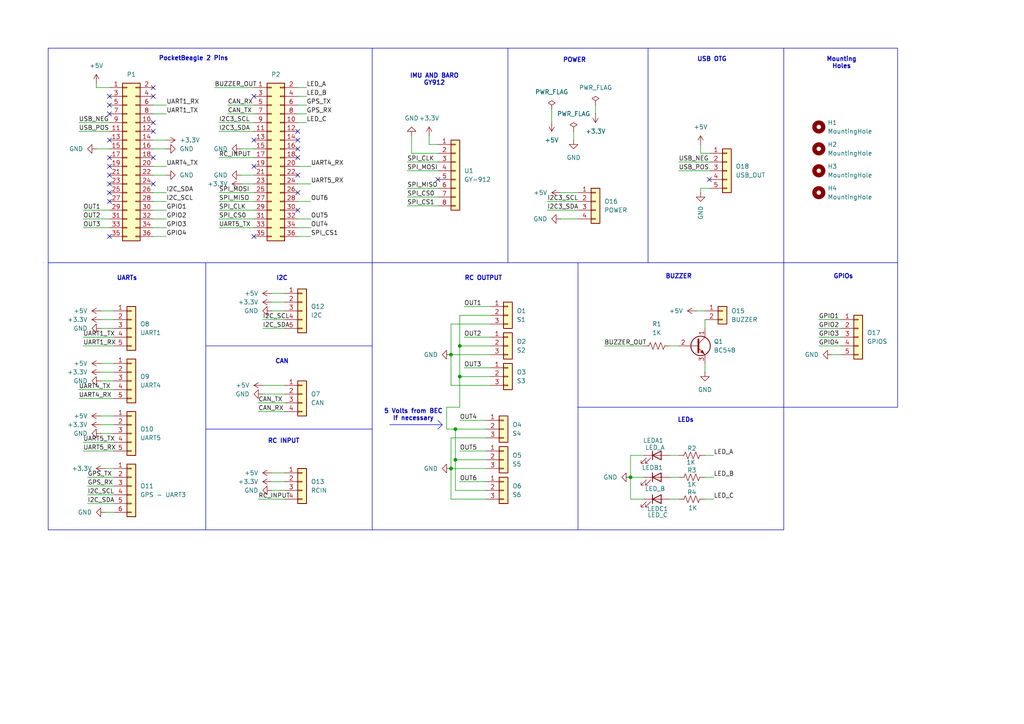
<source format=kicad_sch>
(kicad_sch (version 20250114) (generator "eeschema") (generator_version "9.0")
  (paper "A4")
  (title_block (title "PocketPilot2 - DIY Cape for Ardupilot") (date "2025-06-30") (rev "1.0") (comment 1 "juvinski®") (comment 3 "https://github.com/juvinski/pbboard") (comment 4 "For information, instrunctions:"))
  (lib_symbols
    (symbol "Connector_Generic:Conn_01x02" (pin_names (offset 1.016) (hide yes))
      (property "Reference" "J" (at 0 2.54 0))
      (property "Value" "Conn_01x02" (at 0 -5.08 0))
      (symbol "Conn_01x02_1_1"
        (pin passive line (at -5.08 0 0) (length 3.81) (name "Pin_1") (number "1"))
        (pin passive line (at -5.08 -2.54 0) (length 3.81) (name "Pin_2") (number "2"))
      )
    )
    (symbol "Connector_Generic:Conn_01x03" (pin_names (offset 1.016) (hide yes))
      (property "Reference" "J" (at 0 5.08 0))
      (property "Value" "Conn_01x03" (at 0 -5.08 0))
      (symbol "Conn_01x03_1_1"
        (pin passive line (at -5.08 2.54 0) (length 3.81) (name "Pin_1") (number "1"))
        (pin passive line (at -5.08 0 0) (length 3.81) (name "Pin_2") (number "2"))
        (pin passive line (at -5.08 -2.54 0) (length 3.81) (name "Pin_3") (number "3"))
      )
    )
    (symbol "Connector_Generic:Conn_01x04" (pin_names (offset 1.016) (hide yes))
      (property "Reference" "J" (at 0 5.08 0))
      (property "Value" "Conn_01x04" (at 0 -7.62 0))
      (symbol "Conn_01x04_1_1"
        (pin passive line (at -5.08 2.54 0) (length 3.81) (name "Pin_1") (number "1"))
        (pin passive line (at -5.08 0 0) (length 3.81) (name "Pin_2") (number "2"))
        (pin passive line (at -5.08 -2.54 0) (length 3.81) (name "Pin_3") (number "3"))
        (pin passive line (at -5.08 -5.08 0) (length 3.81) (name "Pin_4") (number "4"))
      )
    )
    (symbol "Connector_Generic:Conn_01x05" (pin_names (offset 1.016) (hide yes))
      (property "Reference" "J" (at 0 7.62 0))
      (property "Value" "Conn_01x05" (at 0 -7.62 0))
      (symbol "Conn_01x05_1_1"
        (pin passive line (at -5.08 5.08 0) (length 3.81) (name "Pin_1") (number "1"))
        (pin passive line (at -5.08 2.54 0) (length 3.81) (name "Pin_2") (number "2"))
        (pin passive line (at -5.08 0 0) (length 3.81) (name "Pin_3") (number "3"))
        (pin passive line (at -5.08 -2.54 0) (length 3.81) (name "Pin_4") (number "4"))
        (pin passive line (at -5.08 -5.08 0) (length 3.81) (name "Pin_5") (number "5"))
      )
    )
    (symbol "Connector_Generic:Conn_01x06" (pin_names (offset 1.016) (hide yes))
      (property "Reference" "J" (at 0 7.62 0))
      (property "Value" "Conn_01x06" (at 0 -10.16 0))
      (symbol "Conn_01x06_1_1"
        (pin passive line (at -5.08 5.08 0) (length 3.81) (name "Pin_1") (number "1"))
        (pin passive line (at -5.08 2.54 0) (length 3.81) (name "Pin_2") (number "2"))
        (pin passive line (at -5.08 0 0) (length 3.81) (name "Pin_3") (number "3"))
        (pin passive line (at -5.08 -2.54 0) (length 3.81) (name "Pin_4") (number "4"))
        (pin passive line (at -5.08 -5.08 0) (length 3.81) (name "Pin_5") (number "5"))
        (pin passive line (at -5.08 -7.62 0) (length 3.81) (name "Pin_6") (number "6"))
      )
    )
    (symbol "Connector_Generic:Conn_01x08" (pin_names (offset 1.016) (hide yes))
      (property "Reference" "J" (at 0 10.16 0))
      (property "Value" "Conn_01x08" (at 0 -12.7 0))
      (symbol "Conn_01x08_1_1"
        (pin passive line (at -5.08 7.62 0) (length 3.81) (name "Pin_1") (number "1"))
        (pin passive line (at -5.08 5.08 0) (length 3.81) (name "Pin_2") (number "2"))
        (pin passive line (at -5.08 2.54 0) (length 3.81) (name "Pin_3") (number "3"))
        (pin passive line (at -5.08 0 0) (length 3.81) (name "Pin_4") (number "4"))
        (pin passive line (at -5.08 -2.54 0) (length 3.81) (name "Pin_5") (number "5"))
        (pin passive line (at -5.08 -5.08 0) (length 3.81) (name "Pin_6") (number "6"))
        (pin passive line (at -5.08 -7.62 0) (length 3.81) (name "Pin_7") (number "7"))
        (pin passive line (at -5.08 -10.16 0) (length 3.81) (name "Pin_8") (number "8"))
      )
    )
    (symbol "Connector_Generic:Conn_02x18_Odd_Even" (pin_names (offset 1.016) (hide yes))
      (property "Reference" "J" (at 1.27 22.86 0))
      (property "Value" "Conn_02x18_Odd_Even" (at 1.27 -25.4 0))
      (symbol "Conn_02x18_Odd_Even_1_1"
        (pin passive line (at -5.08 20.32 0) (length 3.81) (name "Pin_1") (number "1"))
        (pin passive line (at -5.08 17.78 0) (length 3.81) (name "Pin_3") (number "3"))
        (pin passive line (at -5.08 15.24 0) (length 3.81) (name "Pin_5") (number "5"))
        (pin passive line (at -5.08 12.7 0) (length 3.81) (name "Pin_7") (number "7"))
        (pin passive line (at -5.08 10.16 0) (length 3.81) (name "Pin_9") (number "9"))
        (pin passive line (at -5.08 7.62 0) (length 3.81) (name "Pin_11") (number "11"))
        (pin passive line (at -5.08 5.08 0) (length 3.81) (name "Pin_13") (number "13"))
        (pin passive line (at -5.08 2.54 0) (length 3.81) (name "Pin_15") (number "15"))
        (pin passive line (at -5.08 0 0) (length 3.81) (name "Pin_17") (number "17"))
        (pin passive line (at -5.08 -2.54 0) (length 3.81) (name "Pin_19") (number "19"))
        (pin passive line (at -5.08 -5.08 0) (length 3.81) (name "Pin_21") (number "21"))
        (pin passive line (at -5.08 -7.62 0) (length 3.81) (name "Pin_23") (number "23"))
        (pin passive line (at -5.08 -10.16 0) (length 3.81) (name "Pin_25") (number "25"))
        (pin passive line (at -5.08 -12.7 0) (length 3.81) (name "Pin_27") (number "27"))
        (pin passive line (at -5.08 -15.24 0) (length 3.81) (name "Pin_29") (number "29"))
        (pin passive line (at -5.08 -17.78 0) (length 3.81) (name "Pin_31") (number "31"))
        (pin passive line (at -5.08 -20.32 0) (length 3.81) (name "Pin_33") (number "33"))
        (pin passive line (at -5.08 -22.86 0) (length 3.81) (name "Pin_35") (number "35"))
        (pin passive line (at 7.62 20.32 180) (length 3.81) (name "Pin_2") (number "2"))
        (pin passive line (at 7.62 17.78 180) (length 3.81) (name "Pin_4") (number "4"))
        (pin passive line (at 7.62 15.24 180) (length 3.81) (name "Pin_6") (number "6"))
        (pin passive line (at 7.62 12.7 180) (length 3.81) (name "Pin_8") (number "8"))
        (pin passive line (at 7.62 10.16 180) (length 3.81) (name "Pin_10") (number "10"))
        (pin passive line (at 7.62 7.62 180) (length 3.81) (name "Pin_12") (number "12"))
        (pin passive line (at 7.62 5.08 180) (length 3.81) (name "Pin_14") (number "14"))
        (pin passive line (at 7.62 2.54 180) (length 3.81) (name "Pin_16") (number "16"))
        (pin passive line (at 7.62 0 180) (length 3.81) (name "Pin_18") (number "18"))
        (pin passive line (at 7.62 -2.54 180) (length 3.81) (name "Pin_20") (number "20"))
        (pin passive line (at 7.62 -5.08 180) (length 3.81) (name "Pin_22") (number "22"))
        (pin passive line (at 7.62 -7.62 180) (length 3.81) (name "Pin_24") (number "24"))
        (pin passive line (at 7.62 -10.16 180) (length 3.81) (name "Pin_26") (number "26"))
        (pin passive line (at 7.62 -12.7 180) (length 3.81) (name "Pin_28") (number "28"))
        (pin passive line (at 7.62 -15.24 180) (length 3.81) (name "Pin_30") (number "30"))
        (pin passive line (at 7.62 -17.78 180) (length 3.81) (name "Pin_32") (number "32"))
        (pin passive line (at 7.62 -20.32 180) (length 3.81) (name "Pin_34") (number "34"))
        (pin passive line (at 7.62 -22.86 180) (length 3.81) (name "Pin_36") (number "36"))
      )
    )
    (symbol "Device:LED" (pin_numbers (hide yes)) (pin_names (offset 1.016) (hide yes))
      (property "Reference" "D" (at 0 2.54 0))
      (property "Value" "LED" (at 0 -2.54 0))
      (symbol "LED_1_1"
        (pin passive line (at -3.81 0 0) (length 2.54) (name "K") (number "1"))
        (pin passive line (at 3.81 0 180) (length 2.54) (name "A") (number "2"))
      )
    )
    (symbol "Device:R_US" (pin_numbers (hide yes)) (pin_names (offset 0))
      (property "Reference" "R" (at 2.54 0 90))
      (property "Value" "R_US" (at -2.54 0 90))
      (symbol "R_US_1_1"
        (pin passive line (at 0 3.81 270) (length 1.27) (name "~") (number "1"))
        (pin passive line (at 0 -3.81 90) (length 1.27) (name "~") (number "2"))
      )
    )
    (symbol "Mechanical:MountingHole" (pin_names (offset 1.016)) (exclude_from_sim yes) (in_bom no)
      (property "Reference" "H" (at 0 5.08 0))
      (property "Value" "MountingHole" (at 0 3.175 0))
    )
    (symbol "Transistor_BJT:BC548" (pin_names (offset 0) (hide yes))
      (property "Reference" "Q" (at 5.08 1.905 0))
      (property "Value" "BC548" (at 5.08 0 0))
      (symbol "BC548_1_1"
        (pin input line (at -5.08 0 0) (length 2.54) (name "B") (number "2"))
        (pin passive line (at 2.54 5.08 270) (length 2.54) (name "C") (number "1"))
        (pin passive line (at 2.54 -5.08 90) (length 2.54) (name "E") (number "3"))
      )
    )
    (symbol "power:+3.3V" (power) (pin_numbers (hide yes)) (pin_names (offset 0) (hide yes))
      (property "Value" "+3.3V" (at 0 3.556 0))
      (symbol "+3.3V_1_1"
        (pin power_in line (at 0 0 90) (length 0) (name "~") (number "1"))
      )
    )
    (symbol "power:+5V" (power) (pin_numbers (hide yes)) (pin_names (offset 0) (hide yes))
      (property "Value" "+5V" (at 0 3.556 0))
      (symbol "+5V_1_1"
        (pin power_in line (at 0 0 90) (length 0) (name "~") (number "1"))
      )
    )
    (symbol "power:GND" (power) (pin_numbers (hide yes)) (pin_names (offset 0) (hide yes))
      (property "Value" "GND" (at 0 -3.81 0))
      (symbol "GND_1_1"
        (pin power_in line (at 0 0 270) (length 0) (name "~") (number "1"))
      )
    )
    (symbol "power:PWR_FLAG" (power) (pin_numbers (hide yes)) (pin_names (offset 0) (hide yes))
      (property "Value" "PWR_FLAG" (at 0 3.81 0))
      (symbol "PWR_FLAG_0_0"
        (pin power_out line (at 0 0 90) (length 0) (name "~") (number "1"))
      )
    )
  )
  (rectangle (start 12.7 76.2) (end 12.7 76.2))
  (text "RC OUTPUT" (at 140.208 80.772 0) (effects (font (size 1.27 1.27) (thickness 0.254) (bold yes))))
  (text "IMU AND BARO\nGY912" (at 125.984 23.114 0) (effects (font (size 1.27 1.27) (thickness 0.254) (bold yes))))
  (text "LEDs" (at 198.882 121.92 0) (effects (font (size 1.27 1.27) (thickness 0.254) (bold yes))))
  (text "Mounting\nHoles" (at 244.094 18.288 0) (effects (font (size 1.27 1.27) (thickness 0.254) (bold yes))))
  (text "I2C" (at 81.788 80.772 0) (effects (font (size 1.27 1.27) (thickness 0.254) (bold yes))))
  (text "UARTs" (at 36.83 80.772 0) (effects (font (size 1.27 1.27) (thickness 0.254) (bold yes))))
  (text "BUZZER" (at 196.85 80.264 0) (effects (font (size 1.27 1.27) (thickness 0.254) (bold yes))))
  (text "RC INPUT" (at 82.296 128.016 0) (effects (font (size 1.27 1.27) (thickness 0.254) (bold yes))))
  (text "POWER" (at 166.624 17.526 0) (effects (font (size 1.27 1.27) (thickness 0.254) (bold yes))))
  (text "5 Volts from BEC\nIf necessary" (at 119.888 120.396 0) (effects (font (size 1.27 1.27) (thickness 0.254) (bold yes))))
  (text "GPIOs" (at 244.602 80.264 0) (effects (font (size 1.27 1.27) (thickness 0.254) (bold yes))))
  (text "PocketBeagle 2 Pins" (at 56.134 17.018 0) (effects (font (size 1.27 1.27) (thickness 0.254) (bold yes))))
  (text "CAN" (at 81.788 104.902 0) (effects (font (size 1.27 1.27) (thickness 0.254) (bold yes))))
  (text "USB OTG" (at 206.502 17.272 0) (effects (font (size 1.27 1.27) (thickness 0.254) (bold yes))))
  (junction (at 133.35 109.22))
  (junction (at 130.81 102.87))
  (junction (at 130.81 135.89))
  (junction (at 132.08 133.35))
  (junction (at 133.35 100.33))
  (junction (at 182.88 138.43))
  (junction (at 132.08 124.46))
  (no_connect (at 86.36 40.64))
  (no_connect (at 86.36 38.1))
  (no_connect (at 86.36 50.8))
  (no_connect (at 44.45 35.56))
  (no_connect (at 73.66 27.94))
  (no_connect (at 86.36 55.88))
  (no_connect (at 127 52.07))
  (no_connect (at 31.75 68.58))
  (no_connect (at 73.66 40.64))
  (no_connect (at 31.75 48.26))
  (no_connect (at 73.66 68.58))
  (no_connect (at 31.75 50.8))
  (no_connect (at 31.75 53.34))
  (no_connect (at 44.45 53.34))
  (no_connect (at 44.45 25.4))
  (no_connect (at 86.36 60.96))
  (no_connect (at 44.45 38.1))
  (no_connect (at 31.75 33.02))
  (no_connect (at 31.75 58.42))
  (no_connect (at 31.75 30.48))
  (no_connect (at 205.74 52.07))
  (no_connect (at 31.75 27.94))
  (no_connect (at 44.45 45.72))
  (no_connect (at 31.75 40.64))
  (no_connect (at 86.36 43.18))
  (no_connect (at 31.75 45.72))
  (no_connect (at 86.36 45.72))
  (no_connect (at 73.66 48.26))
  (no_connect (at 44.45 27.94))
  (no_connect (at 31.75 55.88))
  (polyline (pts (xy 260.35 118.11) (xy 227.33 118.11)))
  (polyline (pts (xy 227.33 118.11) (xy 227.33 153.67)))
  (wire (pts (xy 76.2 95.25) (xy 82.55 95.25)))
  (wire (pts (xy 86.36 53.34) (xy 90.17 53.34)))
  (wire (pts (xy 127 44.45) (xy 119.38 44.45)))
  (wire (pts (xy 29.21 110.49) (xy 33.02 110.49)))
  (wire (pts (xy 194.31 132.08) (xy 196.85 132.08)))
  (wire (pts (xy 119.38 44.45) (xy 119.38 39.37)))
  (wire (pts (xy 24.13 128.27) (xy 33.02 128.27)))
  (wire (pts (xy 204.47 144.78) (xy 207.01 144.78)))
  (polyline (pts (xy 107.95 13.97) (xy 107.95 76.2)))
  (wire (pts (xy 133.35 130.81) (xy 140.97 130.81)))
  (wire (pts (xy 162.56 55.88) (xy 167.64 55.88)))
  (wire (pts (xy 44.45 33.02) (xy 48.26 33.02)))
  (wire (pts (xy 237.49 97.79) (xy 243.84 97.79)))
  (wire (pts (xy 44.45 43.18) (xy 48.26 43.18)))
  (wire (pts (xy 76.2 92.71) (xy 82.55 92.71)))
  (wire (pts (xy 162.56 63.5) (xy 167.64 63.5)))
  (polyline (pts (xy 59.69 153.67) (xy 107.95 153.67)))
  (wire (pts (xy 132.08 133.35) (xy 132.08 124.46)))
  (wire (pts (xy 204.47 105.41) (xy 204.47 107.95)))
  (polyline (pts (xy 13.97 13.97) (xy 13.97 76.2)))
  (wire (pts (xy 44.45 40.64) (xy 48.26 40.64)))
  (wire (pts (xy 140.97 127) (xy 130.81 127)))
  (wire (pts (xy 78.74 87.63) (xy 82.55 87.63)))
  (polyline (pts (xy 260.35 76.2) (xy 260.35 13.97)))
  (wire (pts (xy 78.74 90.17) (xy 82.55 90.17)))
  (wire (pts (xy 30.48 135.89) (xy 33.02 135.89)))
  (wire (pts (xy 22.86 113.03) (xy 33.02 113.03)))
  (wire (pts (xy 130.81 111.76) (xy 142.24 111.76)))
  (wire (pts (xy 166.37 38.1) (xy 166.37 40.64)))
  (polyline (pts (xy 127 124.46) (xy 128.27 123.19)) (stroke (width 0) (type solid)))
  (wire (pts (xy 63.5 35.56) (xy 73.66 35.56)))
  (wire (pts (xy 205.74 54.61) (xy 203.2 54.61)))
  (wire (pts (xy 132.08 124.46) (xy 140.97 124.46)))
  (polyline (pts (xy 13.97 76.2) (xy 13.97 153.67)))
  (wire (pts (xy 201.93 90.17) (xy 204.47 90.17)))
  (wire (pts (xy 31.75 25.4) (xy 27.94 25.4)))
  (wire (pts (xy 158.75 60.96) (xy 167.64 60.96)))
  (wire (pts (xy 76.2 111.76) (xy 82.55 111.76)))
  (wire (pts (xy 29.21 107.95) (xy 33.02 107.95)))
  (wire (pts (xy 78.74 85.09) (xy 82.55 85.09)))
  (wire (pts (xy 63.5 38.1) (xy 73.66 38.1)))
  (wire (pts (xy 44.45 68.58) (xy 48.26 68.58)))
  (wire (pts (xy 66.04 30.48) (xy 73.66 30.48)))
  (wire (pts (xy 69.85 43.18) (xy 73.66 43.18)))
  (wire (pts (xy 62.23 25.4) (xy 73.66 25.4)))
  (wire (pts (xy 130.81 93.98) (xy 130.81 102.87)))
  (wire (pts (xy 132.08 142.24) (xy 140.97 142.24)))
  (wire (pts (xy 194.31 138.43) (xy 196.85 138.43)))
  (wire (pts (xy 133.35 100.33) (xy 142.24 100.33)))
  (wire (pts (xy 24.13 60.96) (xy 31.75 60.96)))
  (wire (pts (xy 78.74 137.16) (xy 82.55 137.16)))
  (polyline (pts (xy 227.33 153.67) (xy 167.64 153.67)))
  (wire (pts (xy 29.21 95.25) (xy 33.02 95.25)))
  (wire (pts (xy 86.36 30.48) (xy 88.9 30.48)))
  (polyline (pts (xy 147.32 13.97) (xy 13.97 13.97)))
  (wire (pts (xy 86.36 66.04) (xy 90.17 66.04)))
  (wire (pts (xy 118.11 49.53) (xy 127 49.53)))
  (wire (pts (xy 160.02 31.75) (xy 160.02 35.56)))
  (wire (pts (xy 63.5 63.5) (xy 73.66 63.5)))
  (wire (pts (xy 129.54 124.46) (xy 132.08 124.46)))
  (wire (pts (xy 86.36 68.58) (xy 90.17 68.58)))
  (wire (pts (xy 194.31 100.33) (xy 196.85 100.33)))
  (polyline (pts (xy 59.69 100.33) (xy 107.95 100.33)))
  (wire (pts (xy 44.45 48.26) (xy 48.26 48.26)))
  (wire (pts (xy 134.62 88.9) (xy 142.24 88.9)))
  (wire (pts (xy 44.45 58.42) (xy 48.26 58.42)))
  (wire (pts (xy 237.49 95.25) (xy 243.84 95.25)))
  (wire (pts (xy 63.5 60.96) (xy 73.66 60.96)))
  (wire (pts (xy 133.35 121.92) (xy 140.97 121.92)))
  (polyline (pts (xy 260.35 13.97) (xy 227.33 13.97)))
  (wire (pts (xy 25.4 140.97) (xy 33.02 140.97)))
  (wire (pts (xy 63.5 45.72) (xy 73.66 45.72)))
  (wire (pts (xy 24.13 97.79) (xy 33.02 97.79)))
  (wire (pts (xy 76.2 114.3) (xy 82.55 114.3)))
  (wire (pts (xy 241.3 102.87) (xy 243.84 102.87)))
  (wire (pts (xy 44.45 60.96) (xy 48.26 60.96)))
  (polyline (pts (xy 227.33 13.97) (xy 187.96 13.97)))
  (polyline (pts (xy 227.33 76.2) (xy 260.35 76.2)))
  (wire (pts (xy 196.85 46.99) (xy 205.74 46.99)))
  (wire (pts (xy 86.36 25.4) (xy 88.9 25.4)))
  (wire (pts (xy 133.35 109.22) (xy 133.35 118.11)))
  (wire (pts (xy 204.47 132.08) (xy 207.01 132.08)))
  (wire (pts (xy 130.81 111.76) (xy 130.81 102.87)))
  (wire (pts (xy 182.88 132.08) (xy 182.88 138.43)))
  (wire (pts (xy 44.45 50.8) (xy 48.26 50.8)))
  (wire (pts (xy 127 41.91) (xy 124.46 41.91)))
  (polyline (pts (xy 227.33 118.11) (xy 167.64 118.11)))
  (wire (pts (xy 205.74 44.45) (xy 203.2 44.45)))
  (wire (pts (xy 118.11 59.69) (xy 127 59.69)))
  (polyline (pts (xy 227.33 76.2) (xy 227.33 118.11)))
  (wire (pts (xy 29.21 92.71) (xy 33.02 92.71)))
  (wire (pts (xy 194.31 144.78) (xy 196.85 144.78)))
  (polyline (pts (xy 227.33 76.2) (xy 227.33 13.97)))
  (wire (pts (xy 27.94 43.18) (xy 31.75 43.18)))
  (wire (pts (xy 25.4 138.43) (xy 33.02 138.43)))
  (wire (pts (xy 86.36 33.02) (xy 88.9 33.02)))
  (wire (pts (xy 132.08 142.24) (xy 132.08 133.35)))
  (wire (pts (xy 30.48 148.59) (xy 33.02 148.59)))
  (wire (pts (xy 133.35 118.11) (xy 129.54 118.11)))
  (wire (pts (xy 69.85 53.34) (xy 73.66 53.34)))
  (wire (pts (xy 142.24 91.44) (xy 133.35 91.44)))
  (polyline (pts (xy 107.95 153.67) (xy 167.64 153.67)))
  (polyline (pts (xy 113.03 123.19) (xy 128.27 123.19)) (stroke (width 0) (type solid)))
  (polyline (pts (xy 107.95 76.2) (xy 147.32 76.2)))
  (wire (pts (xy 27.94 25.4) (xy 27.94 24.13)))
  (wire (pts (xy 44.45 66.04) (xy 48.26 66.04)))
  (wire (pts (xy 63.5 58.42) (xy 73.66 58.42)))
  (polyline (pts (xy 147.32 76.2) (xy 147.32 13.97)))
  (wire (pts (xy 118.11 46.99) (xy 127 46.99)))
  (wire (pts (xy 29.21 123.19) (xy 33.02 123.19)))
  (wire (pts (xy 86.36 63.5) (xy 90.17 63.5)))
  (wire (pts (xy 44.45 55.88) (xy 48.26 55.88)))
  (wire (pts (xy 118.11 57.15) (xy 127 57.15)))
  (wire (pts (xy 158.75 58.42) (xy 167.64 58.42)))
  (wire (pts (xy 44.45 30.48) (xy 48.26 30.48)))
  (wire (pts (xy 78.74 139.7) (xy 82.55 139.7)))
  (wire (pts (xy 140.97 144.78) (xy 130.81 144.78)))
  (wire (pts (xy 66.04 33.02) (xy 73.66 33.02)))
  (wire (pts (xy 78.74 142.24) (xy 82.55 142.24)))
  (wire (pts (xy 130.81 102.87) (xy 142.24 102.87)))
  (wire (pts (xy 24.13 100.33) (xy 33.02 100.33)))
  (polyline (pts (xy 187.96 13.97) (xy 147.32 13.97)))
  (wire (pts (xy 86.36 58.42) (xy 90.17 58.42)))
  (wire (pts (xy 124.46 41.91) (xy 124.46 39.37)))
  (wire (pts (xy 130.81 144.78) (xy 130.81 135.89)))
  (wire (pts (xy 69.85 50.8) (xy 73.66 50.8)))
  (wire (pts (xy 24.13 130.81) (xy 33.02 130.81)))
  (wire (pts (xy 237.49 100.33) (xy 243.84 100.33)))
  (wire (pts (xy 74.93 144.78) (xy 82.55 144.78)))
  (polyline (pts (xy 13.97 76.2) (xy 107.95 76.2)))
  (wire (pts (xy 29.21 90.17) (xy 33.02 90.17)))
  (polyline (pts (xy 260.35 76.2) (xy 260.35 118.11)))
  (wire (pts (xy 132.08 133.35) (xy 140.97 133.35)))
  (wire (pts (xy 29.21 105.41) (xy 33.02 105.41)))
  (wire (pts (xy 133.35 139.7) (xy 140.97 139.7)))
  (wire (pts (xy 182.88 138.43) (xy 186.69 138.43)))
  (wire (pts (xy 22.86 115.57) (xy 33.02 115.57)))
  (wire (pts (xy 134.62 106.68) (xy 142.24 106.68)))
  (wire (pts (xy 129.54 118.11) (xy 129.54 124.46)))
  (wire (pts (xy 74.93 116.84) (xy 82.55 116.84)))
  (wire (pts (xy 63.5 55.88) (xy 73.66 55.88)))
  (wire (pts (xy 74.93 119.38) (xy 82.55 119.38)))
  (wire (pts (xy 24.13 66.04) (xy 31.75 66.04)))
  (wire (pts (xy 204.47 92.71) (xy 204.47 95.25)))
  (polyline (pts (xy 187.96 76.2) (xy 187.96 13.97)))
  (wire (pts (xy 133.35 109.22) (xy 142.24 109.22)))
  (wire (pts (xy 203.2 44.45) (xy 203.2 41.91)))
  (wire (pts (xy 86.36 35.56) (xy 88.9 35.56)))
  (wire (pts (xy 44.45 63.5) (xy 48.26 63.5)))
  (wire (pts (xy 118.11 54.61) (xy 127 54.61)))
  (wire (pts (xy 63.5 66.04) (xy 73.66 66.04)))
  (polyline (pts (xy 167.64 153.67) (xy 167.64 76.2)))
  (wire (pts (xy 172.72 30.48) (xy 172.72 33.02)))
  (polyline (pts (xy 127 121.92) (xy 128.27 123.19)) (stroke (width 0) (type solid)))
  (polyline (pts (xy 13.97 153.67) (xy 59.69 153.67)))
  (wire (pts (xy 130.81 135.89) (xy 140.97 135.89)))
  (polyline (pts (xy 59.69 124.46) (xy 107.95 124.46)))
  (polyline (pts (xy 59.69 153.67) (xy 59.69 76.2)))
  (wire (pts (xy 130.81 93.98) (xy 142.24 93.98)))
  (polyline (pts (xy 107.95 153.67) (xy 107.95 76.2)))
  (wire (pts (xy 133.35 91.44) (xy 133.35 100.33)))
  (wire (pts (xy 196.85 49.53) (xy 205.74 49.53)))
  (wire (pts (xy 22.86 38.1) (xy 31.75 38.1)))
  (wire (pts (xy 134.62 97.79) (xy 142.24 97.79)))
  (wire (pts (xy 186.69 144.78) (xy 182.88 144.78)))
  (polyline (pts (xy 147.32 76.2) (xy 187.96 76.2)))
  (wire (pts (xy 24.13 63.5) (xy 31.75 63.5)))
  (wire (pts (xy 182.88 144.78) (xy 182.88 138.43)))
  (wire (pts (xy 237.49 92.71) (xy 243.84 92.71)))
  (wire (pts (xy 25.4 143.51) (xy 33.02 143.51)))
  (wire (pts (xy 186.69 132.08) (xy 182.88 132.08)))
  (wire (pts (xy 86.36 27.94) (xy 88.9 27.94)))
  (wire (pts (xy 22.86 35.56) (xy 31.75 35.56)))
  (wire (pts (xy 130.81 127) (xy 130.81 135.89)))
  (wire (pts (xy 203.2 54.61) (xy 203.2 55.88)))
  (wire (pts (xy 133.35 100.33) (xy 133.35 109.22)))
  (wire (pts (xy 175.26 100.33) (xy 186.69 100.33)))
  (wire (pts (xy 29.21 125.73) (xy 33.02 125.73)))
  (polyline (pts (xy 187.96 76.2) (xy 227.33 76.2)))
  (wire (pts (xy 25.4 146.05) (xy 33.02 146.05)))
  (wire (pts (xy 204.47 138.43) (xy 207.01 138.43)))
  (wire (pts (xy 86.36 48.26) (xy 90.17 48.26)))
  (wire (pts (xy 29.21 120.65) (xy 33.02 120.65)))
  (label "UART4_TX" (at 48.26 48.26 0))
  (label "SPI_CS0" (at 118.11 57.15 0))
  (label "I2C3_SDA" (at 158.75 60.96 0))
  (label "RC_INPUT" (at 63.5 45.72 0))
  (label "GPIO3" (at 237.49 97.79 0))
  (label "I2C_SCL" (at 76.2 92.71 0))
  (label "CAN_TX" (at 74.93 116.84 0))
  (label "UART5_RX" (at 90.17 53.34 0))
  (label "OUT3" (at 134.62 106.68 0))
  (label "UART4_RX" (at 22.86 115.57 0))
  (label "OUT6" (at 90.17 58.42 0))
  (label "BUZZER_OUT" (at 62.23 25.4 0))
  (label "OUT2" (at 134.62 97.79 0))
  (label "GPIO4" (at 48.26 68.58 0))
  (label "OUT1" (at 24.13 60.96 0))
  (label "SPI_MOSI" (at 63.5 55.88 0))
  (label "USB_NEG" (at 196.85 46.99 0))
  (label "UART5_TX" (at 63.5 66.04 0))
  (label "GPS_RX" (at 88.9 33.02 0))
  (label "SPI_MISO" (at 118.11 54.61 0))
  (label "UART1_TX" (at 24.13 97.79 0))
  (label "UART1_RX" (at 48.26 30.48 0))
  (label "LED_C" (at 88.9 35.56 0))
  (label "I2C3_SCL" (at 158.75 58.42 0))
  (label "OUT3" (at 24.13 66.04 0))
  (label "I2C_SDA" (at 25.4 146.05 0))
  (label "UART5_TX" (at 24.13 128.27 0))
  (label "LED_B" (at 88.9 27.94 0))
  (label "BUZZER_OUT" (at 175.26 100.33 0))
  (label "USB_POS" (at 22.86 38.1 0))
  (label "UART1_RX" (at 24.13 100.33 0))
  (label "SPI_MISO" (at 63.5 58.42 0))
  (label "I2C_SDA" (at 76.2 95.25 0))
  (label "GPIO2" (at 237.49 95.25 0))
  (label "GPIO1" (at 48.26 60.96 0))
  (label "GPS_TX" (at 25.4 138.43 0))
  (label "UART4_TX" (at 22.86 113.03 0))
  (label "GPIO2" (at 48.26 63.5 0))
  (label "I2C_SDA" (at 48.26 55.88 0))
  (label "SPI_CS1" (at 90.17 68.58 0))
  (label "GPIO3" (at 48.26 66.04 0))
  (label "OUT6" (at 133.35 139.7 0))
  (label "GPIO4" (at 237.49 100.33 0))
  (label "SPI_CS0" (at 63.5 63.5 0))
  (label "CAN_RX" (at 74.93 119.38 0))
  (label "LED_A" (at 207.01 132.08 0))
  (label "OUT1" (at 134.62 88.9 0))
  (label "LED_A" (at 88.9 25.4 0))
  (label "USB_POS" (at 196.85 49.53 0))
  (label "SPI_CS1" (at 118.11 59.69 0))
  (label "LED_B" (at 207.01 138.43 0))
  (label "SPI_MOSI" (at 118.11 49.53 0))
  (label "UART1_TX" (at 48.26 33.02 0))
  (label "SPI_CLK" (at 118.11 46.99 0))
  (label "I2C3_SCL" (at 63.5 35.56 0))
  (label "RC_INPUT" (at 74.93 144.78 0))
  (label "USB_NEG" (at 22.86 35.56 0))
  (label "GPS_TX" (at 88.9 30.48 0))
  (label "I2C_SCL" (at 48.26 58.42 0))
  (label "CAN_TX" (at 66.04 33.02 0))
  (label "SPI_CLK" (at 63.5 60.96 0))
  (label "OUT2" (at 24.13 63.5 0))
  (label "UART5_RX" (at 24.13 130.81 0))
  (label "OUT5" (at 90.17 63.5 0))
  (label "UART4_RX" (at 90.17 48.26 0))
  (label "GPS_RX" (at 25.4 140.97 0))
  (label "I2C_SCL" (at 25.4 143.51 0))
  (label "GPIO1" (at 237.49 92.71 0))
  (label "CAN_RX" (at 66.04 30.48 0))
  (label "OUT4" (at 90.17 66.04 0))
  (label "I2C3_SDA" (at 63.5 38.1 0))
  (label "LED_C" (at 207.01 144.78 0))
  (label "OUT4" (at 133.35 121.92 0))
  (label "OUT5" (at 133.35 130.81 0))
  (symbol (lib_id "power:GND") (at 27.94 43.18 270) (unit 1)
    (property "Reference" "#PWR035" (effects (hide yes)))
    (property "Value" "GND" (at 24.13 43.1799 90) (effects (justify right)))
    (property "Description" "Power symbol creates a global label with name \"GND\" , ground" (effects (hide yes)))
  )
  (symbol (lib_id "power:+5V") (at 29.21 90.17 90) (unit 1)
    (property "Reference" "#PWR011" (effects (hide yes)))
    (property "Value" "+5V" (at 25.4 90.1699 90) (effects (justify left)))
    (property "Description" "Power symbol creates a global label with name \"+5V\"" (effects (hide yes)))
  )
  (symbol (lib_id "Connector_Generic:Conn_01x05") (at 38.1 95.25 0) (unit 1)
    (property "Reference" "O8" (at 40.64 93.9799 0) (effects (justify left)))
    (property "Value" "UART1" (at 40.64 96.5199 0) (effects (justify left)))
    (property "Footprint" "Connector_PinHeader_2.54mm:PinHeader_1x05_P2.54mm_Vertical" (effects (hide yes)))
    (property "Description" "Generic connector, single row, 01x05, script generated (kicad-library-utils/schlib/autogen/connector/)" (effects (hide yes)))
  )
  (symbol (lib_id "power:GND") (at 130.81 102.87 270) (unit 1)
    (property "Reference" "#PWR04" (effects (hide yes)))
    (property "Value" "GND" (at 127 102.8699 90) (effects (justify right)))
    (property "Description" "Power symbol creates a global label with name \"GND\" , ground" (effects (hide yes)))
  )
  (symbol (lib_id "power:GND") (at 30.48 148.59 270) (unit 1)
    (property "Reference" "#PWR018" (effects (hide yes)))
    (property "Value" "GND" (at 26.67 148.5899 90) (effects (justify right)))
    (property "Description" "Power symbol creates a global label with name \"GND\" , ground" (effects (hide yes)))
  )
  (symbol (lib_id "Mechanical:MountingHole") (at 237.49 36.83 0) (unit 1) (exclude_from_sim yes) (in_bom no)
    (property "Reference" "H1" (at 240.03 35.5599 0) (effects (justify left)))
    (property "Value" "MountingHole" (at 240.03 38.0999 0) (effects (justify left)))
    (property "Footprint" "MountingHole:MountingHole_2.7mm_M2.5" (effects (hide yes)))
    (property "Description" "Mounting Hole without connection" (effects (hide yes)))
  )
  (symbol (lib_id "Connector_Generic:Conn_01x04") (at 172.72 58.42 0) (unit 1)
    (property "Reference" "O16" (at 175.26 58.4199 0) (effects (justify left)))
    (property "Value" "POWER" (at 175.26 60.9599 0) (effects (justify left)))
    (property "Footprint" "Connector_PinHeader_2.54mm:PinHeader_1x04_P2.54mm_Vertical" (effects (hide yes)))
    (property "Description" "Generic connector, single row, 01x04, script generated (kicad-library-utils/schlib/autogen/connector/)" (effects (hide yes)))
  )
  (symbol (lib_id "power:GND") (at 69.85 50.8 270) (unit 1)
    (property "Reference" "#PWR039" (effects (hide yes)))
    (property "Value" "GND" (at 66.04 50.7999 90) (effects (justify right)))
    (property "Description" "Power symbol creates a global label with name \"GND\" , ground" (effects (hide yes)))
  )
  (symbol (lib_id "power:PWR_FLAG") (at 166.37 38.1 0) (unit 1)
    (property "Reference" "#FLG03" (effects (hide yes)))
    (property "Value" "PWR_FLAG" (at 166.37 33.02 0))
    (property "Description" "Special symbol for telling ERC where power comes from" (effects (hide yes)))
  )
  (symbol (lib_id "Connector_Generic:Conn_01x05") (at 38.1 110.49 0) (unit 1)
    (property "Reference" "O9" (at 40.64 109.2199 0) (effects (justify left)))
    (property "Value" "UART4" (at 40.64 111.7599 0) (effects (justify left)))
    (property "Footprint" "Connector_PinHeader_2.54mm:PinHeader_1x05_P2.54mm_Vertical" (effects (hide yes)))
    (property "Description" "Generic connector, single row, 01x05, script generated (kicad-library-utils/schlib/autogen/connector/)" (effects (hide yes)))
  )
  (symbol (lib_id "power:+3.3V") (at 29.21 107.95 90) (unit 1)
    (property "Reference" "#PWR020" (effects (hide yes)))
    (property "Value" "+3.3V" (at 25.4 107.9499 90) (effects (justify left)))
    (property "Description" "Power symbol creates a global label with name \"+3.3V\"" (effects (hide yes)))
  )
  (symbol (lib_id "Mechanical:MountingHole") (at 237.49 43.18 0) (unit 1) (exclude_from_sim yes) (in_bom no)
    (property "Reference" "H2" (at 240.03 41.9099 0) (effects (justify left)))
    (property "Value" "MountingHole" (at 240.03 44.4499 0) (effects (justify left)))
    (property "Footprint" "MountingHole:MountingHole_2.7mm_M2.5" (effects (hide yes)))
    (property "Description" "Mounting Hole without connection" (effects (hide yes)))
  )
  (symbol (lib_id "power:GND") (at 166.37 40.64 0) (unit 1)
    (property "Reference" "#PWR043" (effects (hide yes)))
    (property "Value" "GND" (at 166.37 45.72 0))
    (property "Description" "Power symbol creates a global label with name \"GND\" , ground" (effects (hide yes)))
  )
  (symbol (lib_id "Connector_Generic:Conn_01x03") (at 146.05 142.24 0) (unit 1)
    (property "Reference" "O6" (at 148.59 140.9699 0) (effects (justify left)))
    (property "Value" "S6" (at 148.59 143.5099 0) (effects (justify left)))
    (property "Footprint" "Connector_PinHeader_2.54mm:PinHeader_1x03_P2.54mm_Vertical" (effects (hide yes)))
    (property "Description" "Generic connector, single row, 01x03, script generated (kicad-library-utils/schlib/autogen/connector/)" (effects (hide yes)))
  )
  (symbol (lib_id "power:+3.3V") (at 124.46 39.37 0) (unit 1)
    (property "Reference" "#PWR01" (effects (hide yes)))
    (property "Value" "+3.3V" (at 124.46 34.29 0))
    (property "Description" "Power symbol creates a global label with name \"+3.3V\"" (effects (hide yes)))
  )
  (symbol (lib_id "power:+5V") (at 78.74 85.09 90) (unit 1)
    (property "Reference" "#PWR023" (effects (hide yes)))
    (property "Value" "+5V" (at 74.93 85.0899 90) (effects (justify left)))
    (property "Description" "Power symbol creates a global label with name \"+5V\"" (effects (hide yes)))
  )
  (symbol (lib_id "Connector_Generic:Conn_01x03") (at 146.05 124.46 0) (unit 1)
    (property "Reference" "O4" (at 148.59 123.1899 0) (effects (justify left)))
    (property "Value" "S4" (at 148.59 125.7299 0) (effects (justify left)))
    (property "Footprint" "Connector_PinHeader_2.54mm:PinHeader_1x03_P2.54mm_Vertical" (effects (hide yes)))
    (property "Description" "Generic connector, single row, 01x03, script generated (kicad-library-utils/schlib/autogen/connector/)" (effects (hide yes)))
  )
  (symbol (lib_id "power:+5V") (at 29.21 105.41 90) (unit 1)
    (property "Reference" "#PWR012" (effects (hide yes)))
    (property "Value" "+5V" (at 25.4 105.4099 90) (effects (justify left)))
    (property "Description" "Power symbol creates a global label with name \"+5V\"" (effects (hide yes)))
  )
  (symbol (lib_id "Connector_Generic:Conn_01x03") (at 147.32 91.44 0) (unit 1)
    (property "Reference" "O1" (at 149.86 90.1699 0) (effects (justify left)))
    (property "Value" "S1" (at 149.86 92.7099 0) (effects (justify left)))
    (property "Footprint" "Connector_PinHeader_2.54mm:PinHeader_1x03_P2.54mm_Vertical" (effects (hide yes)))
    (property "Description" "Generic connector, single row, 01x03, script generated (kicad-library-utils/schlib/autogen/connector/)" (effects (hide yes)))
  )
  (symbol (lib_id "power:+3.3V") (at 29.21 123.19 90) (unit 1)
    (property "Reference" "#PWR021" (effects (hide yes)))
    (property "Value" "+3.3V" (at 25.4 123.1899 90) (effects (justify left)))
    (property "Description" "Power symbol creates a global label with name \"+3.3V\"" (effects (hide yes)))
  )
  (symbol (lib_id "Connector_Generic:Conn_01x05") (at 210.82 49.53 0) (unit 1)
    (property "Reference" "O18" (at 213.36 48.2599 0) (effects (justify left)))
    (property "Value" "USB_OUT" (at 213.36 50.7999 0) (effects (justify left)))
    (property "Footprint" "Connector_PinHeader_2.54mm:PinHeader_1x05_P2.54mm_Vertical" (effects (hide yes)))
    (property "Description" "Generic connector, single row, 01x05, script generated (kicad-library-utils/schlib/autogen/connector/)" (effects (hide yes)))
  )
  (symbol (lib_id "Device:LED") (at 190.5 138.43 0) (unit 1)
    (property "Reference" "LEDB1" (at 189.23 135.636 0))
    (property "Value" "LED_B" (at 189.992 141.732 0))
    (property "Footprint" "LED_THT:LED_D3.0mm" (effects (hide yes)))
    (property "Description" "Light emitting diode" (effects (hide yes)))
    (property "Sim.Pins" "1=K 2=A" (effects (hide yes)))
  )
  (symbol (lib_id "power:GND") (at 241.3 102.87 270) (unit 1)
    (property "Reference" "#PWR014" (effects (hide yes)))
    (property "Value" "GND" (at 237.49 102.8699 90) (effects (justify right)))
    (property "Description" "Power symbol creates a global label with name \"GND\" , ground" (effects (hide yes)))
  )
  (symbol (lib_id "Connector_Generic:Conn_01x04") (at 87.63 114.3 0) (unit 1)
    (property "Reference" "O7" (at 90.17 114.2999 0) (effects (justify left)))
    (property "Value" "CAN" (at 90.17 116.8399 0) (effects (justify left)))
    (property "Footprint" "Connector_PinHeader_2.54mm:PinHeader_1x04_P2.54mm_Vertical" (effects (hide yes)))
    (property "Description" "Generic connector, single row, 01x04, script generated (kicad-library-utils/schlib/autogen/connector/)" (effects (hide yes)))
  )
  (symbol (lib_id "Connector_Generic:Conn_01x03") (at 146.05 133.35 0) (unit 1)
    (property "Reference" "O5" (at 148.59 132.0799 0) (effects (justify left)))
    (property "Value" "S5" (at 148.59 134.6199 0) (effects (justify left)))
    (property "Footprint" "Connector_PinHeader_2.54mm:PinHeader_1x03_P2.54mm_Vertical" (effects (hide yes)))
    (property "Description" "Generic connector, single row, 01x03, script generated (kicad-library-utils/schlib/autogen/connector/)" (effects (hide yes)))
  )
  (symbol (lib_id "Connector_Generic:Conn_01x05") (at 38.1 125.73 0) (unit 1)
    (property "Reference" "O10" (at 40.64 124.4599 0) (effects (justify left)))
    (property "Value" "UART5" (at 40.64 126.9999 0) (effects (justify left)))
    (property "Footprint" "Connector_PinHeader_2.54mm:PinHeader_1x05_P2.54mm_Vertical" (effects (hide yes)))
    (property "Description" "Generic connector, single row, 01x05, script generated (kicad-library-utils/schlib/autogen/connector/)" (effects (hide yes)))
  )
  (symbol (lib_id "Device:LED") (at 190.5 132.08 0) (unit 1)
    (property "Reference" "LEDA1" (at 189.484 127.762 0))
    (property "Value" "LED_A" (at 189.992 129.794 0))
    (property "Footprint" "LED_THT:LED_D3.0mm" (effects (hide yes)))
    (property "Description" "Light emitting diode" (effects (hide yes)))
    (property "Sim.Pins" "1=K 2=A" (effects (hide yes)))
  )
  (symbol (lib_id "power:+5V") (at 203.2 41.91 0) (unit 1)
    (property "Reference" "#PWR046" (effects (hide yes)))
    (property "Value" "+5V" (at 203.2 36.83 0))
    (property "Description" "Power symbol creates a global label with name \"+5V\"" (effects (hide yes)))
  )
  (symbol (lib_id "power:+5V") (at 201.93 90.17 90) (unit 1)
    (property "Reference" "#PWR029" (effects (hide yes)))
    (property "Value" "+5V" (at 198.12 90.1699 90) (effects (justify left)))
    (property "Description" "Power symbol creates a global label with name \"+5V\"" (effects (hide yes)))
  )
  (symbol (lib_id "power:PWR_FLAG") (at 172.72 30.48 0) (unit 1)
    (property "Reference" "#FLG02" (effects (hide yes)))
    (property "Value" "PWR_FLAG" (at 172.72 25.4 0))
    (property "Description" "Special symbol for telling ERC where power comes from" (effects (hide yes)))
  )
  (symbol (lib_id "power:PWR_FLAG") (at 160.02 31.75 0) (unit 1)
    (property "Reference" "#FLG01" (effects (hide yes)))
    (property "Value" "PWR_FLAG" (at 160.02 26.67 0))
    (property "Description" "Special symbol for telling ERC where power comes from" (effects (hide yes)))
  )
  (symbol (lib_id "power:GND") (at 29.21 95.25 270) (unit 1)
    (property "Reference" "#PWR015" (effects (hide yes)))
    (property "Value" "GND" (at 25.4 95.2499 90) (effects (justify right)))
    (property "Description" "Power symbol creates a global label with name \"GND\" , ground" (effects (hide yes)))
  )
  (symbol (lib_id "power:GND") (at 48.26 43.18 90) (unit 1)
    (property "Reference" "#PWR036" (effects (hide yes)))
    (property "Value" "GND" (at 52.07 43.1799 90) (effects (justify right)))
    (property "Description" "Power symbol creates a global label with name \"GND\" , ground" (effects (hide yes)))
  )
  (symbol (lib_id "power:+5V") (at 27.94 24.13 0) (unit 1)
    (property "Reference" "#PWR034" (effects (hide yes)))
    (property "Value" "+5V" (at 27.94 19.05 0))
    (property "Description" "Power symbol creates a global label with name \"+5V\"" (effects (hide yes)))
  )
  (symbol (lib_id "Connector_Generic:Conn_01x02") (at 209.55 90.17 0) (unit 1)
    (property "Reference" "O15" (at 212.09 90.1699 0) (effects (justify left)))
    (property "Value" "BUZZER" (at 212.09 92.7099 0) (effects (justify left)))
    (property "Footprint" "Connector_PinHeader_2.54mm:PinHeader_1x02_P2.54mm_Vertical" (effects (hide yes)))
    (property "Description" "Generic connector, single row, 01x02, script generated (kicad-library-utils/schlib/autogen/connector/)" (effects (hide yes)))
  )
  (symbol (lib_id "power:GND") (at 162.56 63.5 270) (unit 1)
    (property "Reference" "#PWR033" (effects (hide yes)))
    (property "Value" "GND" (at 158.75 63.4999 90) (effects (justify right)))
    (property "Description" "Power symbol creates a global label with name \"GND\" , ground" (effects (hide yes)))
  )
  (symbol (lib_id "Mechanical:MountingHole") (at 237.49 49.53 0) (unit 1) (exclude_from_sim yes) (in_bom no)
    (property "Reference" "H3" (at 240.03 48.2599 0) (effects (justify left)))
    (property "Value" "MountingHole" (at 240.03 50.7999 0) (effects (justify left)))
    (property "Footprint" "MountingHole:MountingHole_2.7mm_M2.5" (effects (hide yes)))
    (property "Description" "Mounting Hole without connection" (effects (hide yes)))
  )
  (symbol (lib_id "power:GND") (at 48.26 50.8 90) (unit 1)
    (property "Reference" "#PWR037" (effects (hide yes)))
    (property "Value" "GND" (at 52.07 50.7999 90) (effects (justify right)))
    (property "Description" "Power symbol creates a global label with name \"GND\" , ground" (effects (hide yes)))
  )
  (symbol (lib_id "Connector_Generic:Conn_01x06") (at 38.1 140.97 0) (unit 1)
    (property "Reference" "O11" (at 40.64 140.9699 0) (effects (justify left)))
    (property "Value" "GPS - UART3" (at 40.64 143.5099 0) (effects (justify left)))
    (property "Footprint" "Connector_PinHeader_2.54mm:PinHeader_1x06_P2.54mm_Vertical" (effects (hide yes)))
    (property "Description" "Generic connector, single row, 01x06, script generated (kicad-library-utils/schlib/autogen/connector/)" (effects (hide yes)))
  )
  (symbol (lib_id "power:GND") (at 204.47 107.95 0) (unit 1)
    (property "Reference" "#PWR045" (effects (hide yes)))
    (property "Value" "GND" (at 204.47 113.03 0))
    (property "Description" "Power symbol creates a global label with name \"GND\" , ground" (effects (hide yes)))
  )
  (symbol (lib_id "Connector_Generic:Conn_01x04") (at 87.63 139.7 0) (unit 1)
    (property "Reference" "O13" (at 90.17 139.6999 0) (effects (justify left)))
    (property "Value" "RCIN" (at 90.17 142.2399 0) (effects (justify left)))
    (property "Footprint" "Connector_PinHeader_2.54mm:PinHeader_1x04_P2.54mm_Vertical" (effects (hide yes)))
    (property "Description" "Generic connector, single row, 01x04, script generated (kicad-library-utils/schlib/autogen/connector/)" (effects (hide yes)))
  )
  (symbol (lib_id "Mechanical:MountingHole") (at 237.49 55.88 0) (unit 1) (exclude_from_sim yes) (in_bom no)
    (property "Reference" "H4" (at 240.03 54.6099 0) (effects (justify left)))
    (property "Value" "MountingHole" (at 240.03 57.1499 0) (effects (justify left)))
    (property "Footprint" "MountingHole:MountingHole_2.7mm_M2.5" (effects (hide yes)))
    (property "Description" "Mounting Hole without connection" (effects (hide yes)))
  )
  (symbol (lib_id "power:+5V") (at 29.21 120.65 90) (unit 1)
    (property "Reference" "#PWR013" (effects (hide yes)))
    (property "Value" "+5V" (at 25.4 120.6499 90) (effects (justify left)))
    (property "Description" "Power symbol creates a global label with name \"+5V\"" (effects (hide yes)))
  )
  (symbol (lib_id "power:GND") (at 76.2 114.3 270) (unit 1)
    (property "Reference" "#PWR09" (effects (hide yes)))
    (property "Value" "GND" (at 72.39 114.2999 90) (effects (justify right)))
    (property "Description" "Power symbol creates a global label with name \"GND\" , ground" (effects (hide yes)))
  )
  (symbol (lib_id "power:+3.3V") (at 48.26 40.64 270) (unit 1)
    (property "Reference" "#PWR040" (effects (hide yes)))
    (property "Value" "+3.3V" (at 52.07 40.6399 90) (effects (justify left)))
    (property "Description" "Power symbol creates a global label with name \"+3.3V\"" (effects (hide yes)))
  )
  (symbol (lib_id "Device:R_US") (at 200.66 138.43 90) (unit 1)
    (property "Reference" "R3" (at 200.66 136.398 90))
    (property "Value" "1K" (at 200.66 140.462 90))
    (property "Footprint" "Resistor_THT:R_Axial_DIN0204_L3.6mm_D1.6mm_P2.54mm_Vertical" (effects (hide yes)))
    (property "Description" "Resistor, US symbol" (effects (hide yes)))
  )
  (symbol (lib_id "power:GND") (at 130.81 135.89 270) (unit 1)
    (property "Reference" "#PWR07" (effects (hide yes)))
    (property "Value" "GND" (at 127 135.8899 90) (effects (justify right)))
    (property "Description" "Power symbol creates a global label with name \"GND\" , ground" (effects (hide yes)))
  )
  (symbol (lib_id "Connector_Generic:Conn_02x18_Odd_Even") (at 78.74 45.72 0) (unit 1)
    (property "Reference" "P2" (at 80.01 21.59 0))
    (property "Value" "Conn_02x18_Odd_Even" (effects (hide yes)))
    (property "Footprint" "Connector_PinHeader_2.54mm:PinHeader_2x18_P2.54mm_Vertical" (effects (hide yes)))
    (property "Description" "Generic connector, double row, 02x18, odd/even pin numbering scheme (row 1 odd numbers, row 2 even numbers), script generated (kicad-library-utils/schlib/autogen/connector/)" (effects (hide yes)))
  )
  (symbol (lib_id "power:GND") (at 78.74 142.24 270) (unit 1)
    (property "Reference" "#PWR028" (effects (hide yes)))
    (property "Value" "GND" (at 74.93 142.2399 90) (effects (justify right)))
    (property "Description" "Power symbol creates a global label with name \"GND\" , ground" (effects (hide yes)))
  )
  (symbol (lib_id "power:GND") (at 182.88 138.43 270) (unit 1)
    (property "Reference" "#PWR030" (effects (hide yes)))
    (property "Value" "GND" (at 179.07 138.4299 90) (effects (justify right)))
    (property "Description" "Power symbol creates a global label with name \"GND\" , ground" (effects (hide yes)))
  )
  (symbol (lib_id "Device:LED") (at 190.5 144.78 0) (unit 1)
    (property "Reference" "LEDC1" (at 190.754 147.574 0))
    (property "Value" "LED_C" (at 190.754 149.352 0))
    (property "Footprint" "LED_THT:LED_D3.0mm" (effects (hide yes)))
    (property "Description" "Light emitting diode" (effects (hide yes)))
    (property "Sim.Pins" "1=K 2=A" (effects (hide yes)))
  )
  (symbol (lib_id "power:+3.3V") (at 172.72 33.02 180) (unit 1)
    (property "Reference" "#PWR044" (effects (hide yes)))
    (property "Value" "+3.3V" (at 172.72 38.1 0))
    (property "Description" "Power symbol creates a global label with name \"+3.3V\"" (effects (hide yes)))
  )
  (symbol (lib_id "Connector_Generic:Conn_01x08") (at 132.08 49.53 0) (unit 1)
    (property "Reference" "U1" (at 134.62 49.5299 0) (effects (justify left)))
    (property "Value" "GY-912" (at 134.62 52.0699 0) (effects (justify left)))
    (property "Footprint" "Connector_PinHeader_2.54mm:PinHeader_1x08_P2.54mm_Vertical" (effects (hide yes)))
    (property "Description" "Generic connector, single row, 01x08, script generated (kicad-library-utils/schlib/autogen/connector/)" (effects (hide yes)))
  )
  (symbol (lib_id "power:+5V") (at 76.2 111.76 90) (unit 1)
    (property "Reference" "#PWR010" (effects (hide yes)))
    (property "Value" "+5V" (at 72.39 111.7599 90) (effects (justify left)))
    (property "Description" "Power symbol creates a global label with name \"+5V\"" (effects (hide yes)))
  )
  (symbol (lib_id "power:GND") (at 29.21 110.49 270) (unit 1)
    (property "Reference" "#PWR016" (effects (hide yes)))
    (property "Value" "GND" (at 25.4 110.4899 90) (effects (justify right)))
    (property "Description" "Power symbol creates a global label with name \"GND\" , ground" (effects (hide yes)))
  )
  (symbol (lib_id "Device:R_US") (at 190.5 100.33 90) (unit 1)
    (property "Reference" "R1" (at 190.5 93.98 90))
    (property "Value" "1K" (at 190.5 96.52 90))
    (property "Footprint" "Resistor_THT:R_Axial_DIN0204_L3.6mm_D1.6mm_P5.08mm_Horizontal" (effects (hide yes)))
    (property "Description" "Resistor, US symbol" (effects (hide yes)))
  )
  (symbol (lib_id "power:+3.3V") (at 30.48 135.89 90) (unit 1)
    (property "Reference" "#PWR022" (effects (hide yes)))
    (property "Value" "+3.3V" (at 26.67 135.8899 90) (effects (justify left)))
    (property "Description" "Power symbol creates a global label with name \"+3.3V\"" (effects (hide yes)))
  )
  (symbol (lib_id "power:+3.3V") (at 78.74 87.63 90) (unit 1)
    (property "Reference" "#PWR024" (effects (hide yes)))
    (property "Value" "+3.3V" (at 74.93 87.6299 90) (effects (justify left)))
    (property "Description" "Power symbol creates a global label with name \"+3.3V\"" (effects (hide yes)))
  )
  (symbol (lib_id "Device:R_US") (at 200.66 144.78 90) (unit 1)
    (property "Reference" "R4" (at 200.66 142.748 90))
    (property "Value" "1K" (at 200.914 147.32 90))
    (property "Footprint" "Resistor_THT:R_Axial_DIN0204_L3.6mm_D1.6mm_P2.54mm_Vertical" (effects (hide yes)))
    (property "Description" "Resistor, US symbol" (effects (hide yes)))
  )
  (symbol (lib_id "Transistor_BJT:BC548") (at 201.93 100.33 0) (unit 1)
    (property "Reference" "Q1" (at 207.01 99.0599 0) (effects (justify left)))
    (property "Value" "BC548" (at 207.01 101.5999 0) (effects (justify left)))
    (property "Footprint" "Package_TO_SOT_THT:TO-92_Inline" (effects (hide yes)))
    (property "Datasheet" "https://www.onsemi.com/pub/Collateral/BC550-D.pdf" (effects (hide yes)))
    (property "Description" "0.1A Ic, 30V Vce, Small Signal NPN Transistor, TO-92" (effects (hide yes)))
  )
  (symbol (lib_id "power:GND") (at 78.74 90.17 270) (unit 1)
    (property "Reference" "#PWR025" (effects (hide yes)))
    (property "Value" "GND" (at 74.93 90.1699 90) (effects (justify right)))
    (property "Description" "Power symbol creates a global label with name \"GND\" , ground" (effects (hide yes)))
  )
  (symbol (lib_id "power:+3.3V") (at 69.85 53.34 90) (unit 1)
    (property "Reference" "#PWR041" (effects (hide yes)))
    (property "Value" "+3.3V" (at 66.04 53.3399 90) (effects (justify left)))
    (property "Description" "Power symbol creates a global label with name \"+3.3V\"" (effects (hide yes)))
  )
  (symbol (lib_id "power:+3.3V") (at 29.21 92.71 90) (unit 1)
    (property "Reference" "#PWR019" (effects (hide yes)))
    (property "Value" "+3.3V" (at 25.4 92.7099 90) (effects (justify left)))
    (property "Description" "Power symbol creates a global label with name \"+3.3V\"" (effects (hide yes)))
  )
  (symbol (lib_id "power:GND") (at 69.85 43.18 270) (unit 1)
    (property "Reference" "#PWR038" (effects (hide yes)))
    (property "Value" "GND" (at 66.04 43.1799 90) (effects (justify right)))
    (property "Description" "Power symbol creates a global label with name \"GND\" , ground" (effects (hide yes)))
  )
  (symbol (lib_id "power:GND") (at 119.38 39.37 180) (unit 1)
    (property "Reference" "#PWR02" (effects (hide yes)))
    (property "Value" "GND" (at 119.38 34.29 0))
    (property "Description" "Power symbol creates a global label with name \"GND\" , ground" (effects (hide yes)))
  )
  (symbol (lib_id "Connector_Generic:Conn_02x18_Odd_Even") (at 36.83 45.72 0) (unit 1)
    (property "Reference" "P1" (at 38.1 21.59 0))
    (property "Value" "Conn_02x18_Odd_Even" (effects (hide yes)))
    (property "Footprint" "Connector_PinHeader_2.54mm:PinHeader_2x18_P2.54mm_Vertical" (effects (hide yes)))
    (property "Description" "Generic connector, double row, 02x18, odd/even pin numbering scheme (row 1 odd numbers, row 2 even numbers), script generated (kicad-library-utils/schlib/autogen/connector/)" (effects (hide yes)))
  )
  (symbol (lib_id "power:+5V") (at 162.56 55.88 90) (unit 1)
    (property "Reference" "#PWR032" (effects (hide yes)))
    (property "Value" "+5V" (at 158.75 55.8799 90) (effects (justify left)))
    (property "Description" "Power symbol creates a global label with name \"+5V\"" (effects (hide yes)))
  )
  (symbol (lib_id "Connector_Generic:Conn_01x03") (at 147.32 100.33 0) (unit 1)
    (property "Reference" "O2" (at 149.86 99.0599 0) (effects (justify left)))
    (property "Value" "S2" (at 149.86 101.5999 0) (effects (justify left)))
    (property "Footprint" "Connector_PinHeader_2.54mm:PinHeader_1x03_P2.54mm_Vertical" (effects (hide yes)))
    (property "Description" "Generic connector, single row, 01x03, script generated (kicad-library-utils/schlib/autogen/connector/)" (effects (hide yes)))
  )
  (symbol (lib_id "Device:R_US") (at 200.66 132.08 90) (unit 1)
    (property "Reference" "R2" (at 200.66 130.048 90))
    (property "Value" "1K" (at 200.406 134.112 90))
    (property "Footprint" "Resistor_THT:R_Axial_DIN0204_L3.6mm_D1.6mm_P2.54mm_Vertical" (effects (hide yes)))
    (property "Description" "Resistor, US symbol" (effects (hide yes)))
  )
  (symbol (lib_id "power:GND") (at 29.21 125.73 270) (unit 1)
    (property "Reference" "#PWR017" (effects (hide yes)))
    (property "Value" "GND" (at 25.4 125.7299 90) (effects (justify right)))
    (property "Description" "Power symbol creates a global label with name \"GND\" , ground" (effects (hide yes)))
  )
  (symbol (lib_id "power:+5V") (at 78.74 137.16 90) (unit 1)
    (property "Reference" "#PWR026" (effects (hide yes)))
    (property "Value" "+5V" (at 74.93 137.1599 90) (effects (justify left)))
    (property "Description" "Power symbol creates a global label with name \"+5V\"" (effects (hide yes)))
  )
  (symbol (lib_id "Connector_Generic:Conn_01x05") (at 248.92 97.79 0) (unit 1)
    (property "Reference" "O17" (at 251.46 96.5199 0) (effects (justify left)))
    (property "Value" "GPIOS" (at 251.46 99.0599 0) (effects (justify left)))
    (property "Footprint" "Connector_PinHeader_2.54mm:PinHeader_1x05_P2.54mm_Vertical" (effects (hide yes)))
    (property "Description" "Generic connector, single row, 01x05, script generated (kicad-library-utils/schlib/autogen/connector/)" (effects (hide yes)))
  )
  (symbol (lib_id "power:+5V") (at 160.02 35.56 180) (unit 1)
    (property "Reference" "#PWR042" (effects (hide yes)))
    (property "Value" "+5V" (at 160.02 40.64 0))
    (property "Description" "Power symbol creates a global label with name \"+5V\"" (effects (hide yes)))
  )
  (symbol (lib_id "power:GND") (at 203.2 55.88 0) (unit 1)
    (property "Reference" "#PWR047" (effects (hide yes)))
    (property "Value" "GND" (at 203.1999 59.69 90) (effects (justify right)))
    (property "Description" "Power symbol creates a global label with name \"GND\" , ground" (effects (hide yes)))
  )
  (symbol (lib_id "Connector_Generic:Conn_01x05") (at 87.63 90.17 0) (unit 1)
    (property "Reference" "O12" (at 90.17 88.8999 0) (effects (justify left)))
    (property "Value" "I2C" (at 90.17 91.4399 0) (effects (justify left)))
    (property "Footprint" "Connector_PinHeader_2.54mm:PinHeader_1x05_P2.54mm_Vertical" (effects (hide yes)))
    (property "Description" "Generic connector, single row, 01x05, script generated (kicad-library-utils/schlib/autogen/connector/)" (effects (hide yes)))
  )
  (symbol (lib_id "Connector_Generic:Conn_01x03") (at 147.32 109.22 0) (unit 1)
    (property "Reference" "O3" (at 149.86 107.9499 0) (effects (justify left)))
    (property "Value" "S3" (at 149.86 110.4899 0) (effects (justify left)))
    (property "Footprint" "Connector_PinHeader_2.54mm:PinHeader_1x03_P2.54mm_Vertical" (effects (hide yes)))
    (property "Description" "Generic connector, single row, 01x03, script generated (kicad-library-utils/schlib/autogen/connector/)" (effects (hide yes)))
  )
  (symbol (lib_id "power:+3.3V") (at 78.74 139.7 90) (unit 1)
    (property "Reference" "#PWR027" (effects (hide yes)))
    (property "Value" "+3.3V" (at 74.93 139.6999 90) (effects (justify left)))
    (property "Description" "Power symbol creates a global label with name \"+3.3V\"" (effects (hide yes)))
  )
)
</source>
